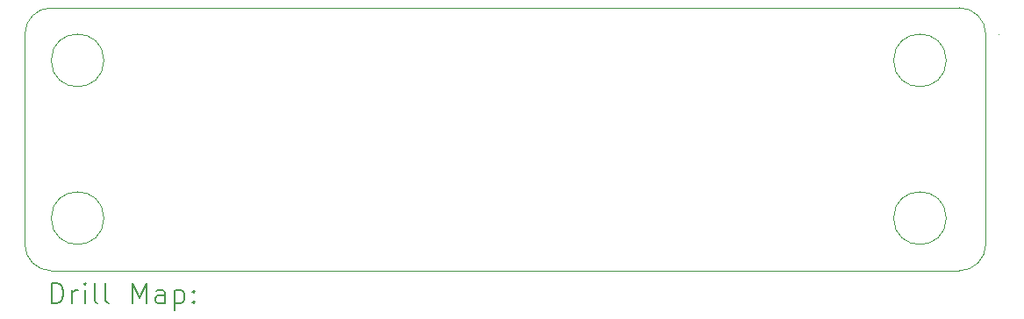
<source format=gbr>
%TF.GenerationSoftware,KiCad,Pcbnew,7.0.8-7.0.8~ubuntu22.04.1*%
%TF.CreationDate,2023-10-03T21:39:13-05:00*%
%TF.ProjectId,bandpass_filter,62616e64-7061-4737-935f-66696c746572,rev?*%
%TF.SameCoordinates,Original*%
%TF.FileFunction,Drillmap*%
%TF.FilePolarity,Positive*%
%FSLAX45Y45*%
G04 Gerber Fmt 4.5, Leading zero omitted, Abs format (unit mm)*
G04 Created by KiCad (PCBNEW 7.0.8-7.0.8~ubuntu22.04.1) date 2023-10-03 21:39:13*
%MOMM*%
%LPD*%
G01*
G04 APERTURE LIST*
%ADD10C,0.100000*%
%ADD11C,0.200000*%
G04 APERTURE END LIST*
D10*
X2540000Y-4572000D02*
X11303000Y-4572000D01*
X2286000Y-5080000D02*
X2286000Y-4826000D01*
X11176000Y-6604000D02*
G75*
G03*
X11176000Y-6604000I-254000J0D01*
G01*
X11303000Y-7112000D02*
X2540000Y-7112000D01*
X2286000Y-6858000D02*
G75*
G03*
X2540000Y-7112000I254000J0D01*
G01*
X11684000Y-4826000D02*
G75*
G03*
X11684000Y-4826000I0J0D01*
G01*
X2540000Y-4572000D02*
G75*
G03*
X2286000Y-4826000I0J-254000D01*
G01*
X3048000Y-5080000D02*
G75*
G03*
X3048000Y-5080000I-254000J0D01*
G01*
X11557000Y-4826000D02*
X11557000Y-6858000D01*
X11303000Y-7112000D02*
G75*
G03*
X11557000Y-6858000I0J254000D01*
G01*
X2286000Y-6858000D02*
X2286000Y-5080000D01*
X3048000Y-6604000D02*
G75*
G03*
X3048000Y-6604000I-254000J0D01*
G01*
X11557000Y-4826000D02*
G75*
G03*
X11303000Y-4572000I-254000J0D01*
G01*
X11176000Y-5080000D02*
G75*
G03*
X11176000Y-5080000I-254000J0D01*
G01*
D11*
X2541777Y-7428484D02*
X2541777Y-7228484D01*
X2541777Y-7228484D02*
X2589396Y-7228484D01*
X2589396Y-7228484D02*
X2617967Y-7238008D01*
X2617967Y-7238008D02*
X2637015Y-7257055D01*
X2637015Y-7257055D02*
X2646539Y-7276103D01*
X2646539Y-7276103D02*
X2656063Y-7314198D01*
X2656063Y-7314198D02*
X2656063Y-7342769D01*
X2656063Y-7342769D02*
X2646539Y-7380865D01*
X2646539Y-7380865D02*
X2637015Y-7399912D01*
X2637015Y-7399912D02*
X2617967Y-7418960D01*
X2617967Y-7418960D02*
X2589396Y-7428484D01*
X2589396Y-7428484D02*
X2541777Y-7428484D01*
X2741777Y-7428484D02*
X2741777Y-7295150D01*
X2741777Y-7333246D02*
X2751301Y-7314198D01*
X2751301Y-7314198D02*
X2760824Y-7304674D01*
X2760824Y-7304674D02*
X2779872Y-7295150D01*
X2779872Y-7295150D02*
X2798920Y-7295150D01*
X2865586Y-7428484D02*
X2865586Y-7295150D01*
X2865586Y-7228484D02*
X2856062Y-7238008D01*
X2856062Y-7238008D02*
X2865586Y-7247531D01*
X2865586Y-7247531D02*
X2875110Y-7238008D01*
X2875110Y-7238008D02*
X2865586Y-7228484D01*
X2865586Y-7228484D02*
X2865586Y-7247531D01*
X2989396Y-7428484D02*
X2970348Y-7418960D01*
X2970348Y-7418960D02*
X2960824Y-7399912D01*
X2960824Y-7399912D02*
X2960824Y-7228484D01*
X3094158Y-7428484D02*
X3075110Y-7418960D01*
X3075110Y-7418960D02*
X3065586Y-7399912D01*
X3065586Y-7399912D02*
X3065586Y-7228484D01*
X3322729Y-7428484D02*
X3322729Y-7228484D01*
X3322729Y-7228484D02*
X3389396Y-7371341D01*
X3389396Y-7371341D02*
X3456062Y-7228484D01*
X3456062Y-7228484D02*
X3456062Y-7428484D01*
X3637015Y-7428484D02*
X3637015Y-7323722D01*
X3637015Y-7323722D02*
X3627491Y-7304674D01*
X3627491Y-7304674D02*
X3608443Y-7295150D01*
X3608443Y-7295150D02*
X3570348Y-7295150D01*
X3570348Y-7295150D02*
X3551301Y-7304674D01*
X3637015Y-7418960D02*
X3617967Y-7428484D01*
X3617967Y-7428484D02*
X3570348Y-7428484D01*
X3570348Y-7428484D02*
X3551301Y-7418960D01*
X3551301Y-7418960D02*
X3541777Y-7399912D01*
X3541777Y-7399912D02*
X3541777Y-7380865D01*
X3541777Y-7380865D02*
X3551301Y-7361817D01*
X3551301Y-7361817D02*
X3570348Y-7352293D01*
X3570348Y-7352293D02*
X3617967Y-7352293D01*
X3617967Y-7352293D02*
X3637015Y-7342769D01*
X3732253Y-7295150D02*
X3732253Y-7495150D01*
X3732253Y-7304674D02*
X3751301Y-7295150D01*
X3751301Y-7295150D02*
X3789396Y-7295150D01*
X3789396Y-7295150D02*
X3808443Y-7304674D01*
X3808443Y-7304674D02*
X3817967Y-7314198D01*
X3817967Y-7314198D02*
X3827491Y-7333246D01*
X3827491Y-7333246D02*
X3827491Y-7390388D01*
X3827491Y-7390388D02*
X3817967Y-7409436D01*
X3817967Y-7409436D02*
X3808443Y-7418960D01*
X3808443Y-7418960D02*
X3789396Y-7428484D01*
X3789396Y-7428484D02*
X3751301Y-7428484D01*
X3751301Y-7428484D02*
X3732253Y-7418960D01*
X3913205Y-7409436D02*
X3922729Y-7418960D01*
X3922729Y-7418960D02*
X3913205Y-7428484D01*
X3913205Y-7428484D02*
X3903682Y-7418960D01*
X3903682Y-7418960D02*
X3913205Y-7409436D01*
X3913205Y-7409436D02*
X3913205Y-7428484D01*
X3913205Y-7304674D02*
X3922729Y-7314198D01*
X3922729Y-7314198D02*
X3913205Y-7323722D01*
X3913205Y-7323722D02*
X3903682Y-7314198D01*
X3903682Y-7314198D02*
X3913205Y-7304674D01*
X3913205Y-7304674D02*
X3913205Y-7323722D01*
M02*

</source>
